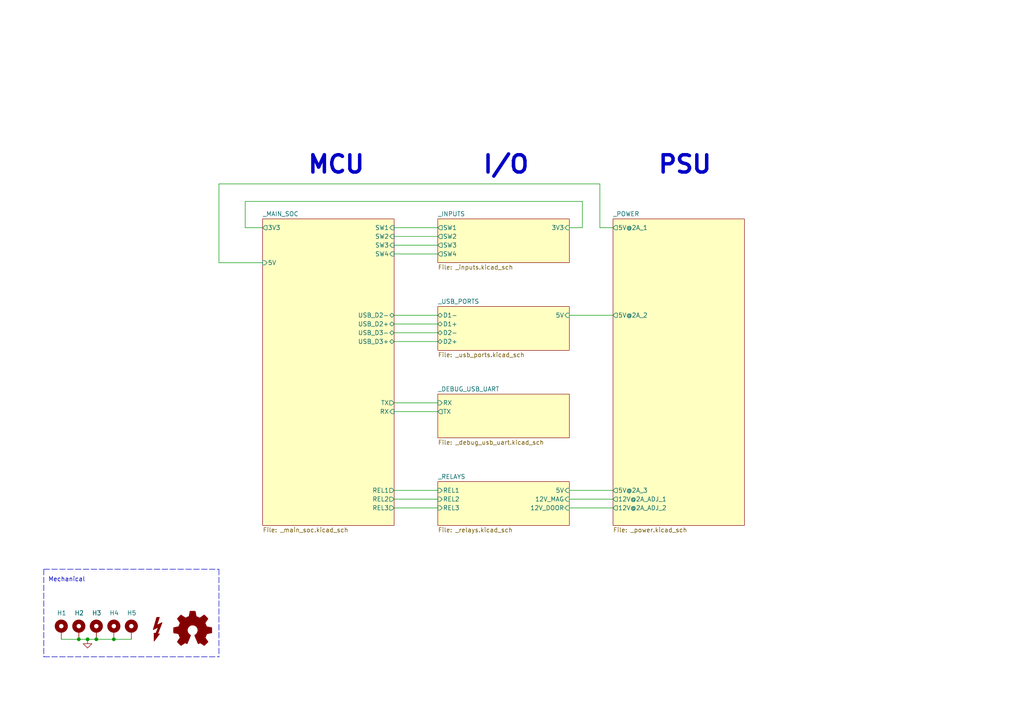
<source format=kicad_sch>
(kicad_sch (version 20211123) (generator eeschema)
  (paper "A4")
  (title_block (title "MagLock") (date "2022-11-01") (rev "2.1") (company "makerspace.lt"))
  (lib_symbols
    (symbol "Graphic:Logo_Open_Hardware_Small" (pin_names (offset 1.016))
      (symbol "Logo_Open_Hardware_Small_0_1"
        (polyline (pts (xy 3.3528 -4.3434) (xy 3.302 -4.318) (xy 3.175 -4.2418) (xy 2.9972 -4.1148) (xy 2.7686 -3.9624) (xy 2.54 -3.81) (xy 2.3622 -3.7084) (xy 2.2352 -3.6068) (xy 2.1844 -3.5814) (xy 2.159 -3.6068) (xy 2.0574 -3.6576) (xy 1.905 -3.7338) (xy 1.8034 -3.7846) (xy 1.6764 -3.8354) (xy 1.6002 -3.8354) (xy 1.6002 -3.8354) (xy 1.5494 -3.7338) (xy 1.4732 -3.5306) (xy 1.3462 -3.302) (xy 1.2446 -3.0226) (xy 1.1176 -2.7178) (xy 0.9652 -2.413) (xy 0.8636 -2.1082) (xy 0.7366 -1.8288) (xy 0.6604 -1.6256) (xy 0.6096 -1.4732) (xy 0.5842 -1.397) (xy 0.5842 -1.397) (xy 0.6604 -1.3208) (xy 0.7874 -1.2446) (xy 1.0414 -1.016) (xy 1.2954 -0.6858) (xy 1.4478 -0.3302) (xy 1.524 0.0762) (xy 1.4732 0.4572) (xy 1.3208 0.8128) (xy 1.0668 1.143) (xy 0.762 1.3716) (xy 0.4064 1.524) (xy 0 1.5748) (xy -0.381 1.5494) (xy -0.7366 1.397) (xy -1.0668 1.143) (xy -1.2192 0.9906) (xy -1.397 0.6604) (xy -1.524 0.3048) (xy -1.524 0.2286) (xy -1.4986 -0.1778) (xy -1.397 -0.5334) (xy -1.1938 -0.8636) (xy -0.9144 -1.143) (xy -0.8636 -1.1684) (xy -0.7366 -1.27) (xy -0.635 -1.3462) (xy -0.5842 -1.397) (xy -1.0668 -2.5908) (xy -1.143 -2.794) (xy -1.2954 -3.1242) (xy -1.397 -3.4036) (xy -1.4986 -3.6322) (xy -1.5748 -3.7846) (xy -1.6002 -3.8354) (xy -1.6002 -3.8354) (xy -1.651 -3.8354) (xy -1.7272 -3.81) (xy -1.905 -3.7338) (xy -2.0066 -3.683) (xy -2.1336 -3.6068) (xy -2.2098 -3.5814) (xy -2.2606 -3.6068) (xy -2.3622 -3.683) (xy -2.54 -3.81) (xy -2.7686 -3.9624) (xy -2.9718 -4.0894) (xy -3.1496 -4.2164) (xy -3.302 -4.318) (xy -3.3528 -4.3434) (xy -3.3782 -4.3434) (xy -3.429 -4.318) (xy -3.5306 -4.2164) (xy -3.7084 -4.064) (xy -3.937 -3.8354) (xy -3.9624 -3.81) (xy -4.1656 -3.6068) (xy -4.318 -3.4544) (xy -4.4196 -3.3274) (xy -4.445 -3.2766) (xy -4.445 -3.2766) (xy -4.4196 -3.2258) (xy -4.318 -3.0734) (xy -4.2164 -2.8956) (xy -4.064 -2.667) (xy -3.6576 -2.0828) (xy -3.8862 -1.5494) (xy -3.937 -1.3716) (xy -4.0386 -1.1684) (xy -4.0894 -1.0414) (xy -4.1148 -0.9652) (xy -4.191 -0.9398) (xy -4.318 -0.9144) (xy -4.5466 -0.8636) (xy -4.8006 -0.8128) (xy -5.0546 -0.7874) (xy -5.2578 -0.7366) (xy -5.4356 -0.7112) (xy -5.5118 -0.6858) (xy -5.5118 -0.6858) (xy -5.5372 -0.635) (xy -5.5372 -0.5588) (xy -5.5372 -0.4318) (xy -5.5626 -0.2286) (xy -5.5626 0.0762) (xy -5.5626 0.127) (xy -5.5372 0.4064) (xy -5.5372 0.635) (xy -5.5372 0.762) (xy -5.5372 0.8382) (xy -5.5372 0.8382) (xy -5.461 0.8382) (xy -5.3086 0.889) (xy -5.08 0.9144) (xy -4.826 0.9652) (xy -4.8006 0.9906) (xy -4.5466 1.0414) (xy -4.318 1.0668) (xy -4.1656 1.1176) (xy -4.0894 1.143) (xy -4.0894 1.143) (xy -4.0386 1.2446) (xy -3.9624 1.4224) (xy -3.8608 1.6256) (xy -3.7846 1.8288) (xy -3.7084 2.0066) (xy -3.6576 2.159) (xy -3.6322 2.2098) (xy -3.6322 2.2098) (xy -3.683 2.286) (xy -3.7592 2.413) (xy -3.8862 2.5908) (xy -4.064 2.8194) (xy -4.064 2.8448) (xy -4.2164 3.0734) (xy -4.3434 3.2512) (xy -4.4196 3.3782) (xy -4.445 3.4544) (xy -4.445 3.4544) (xy -4.3942 3.5052) (xy -4.2926 3.6322) (xy -4.1148 3.81) (xy -3.937 4.0132) (xy -3.8608 4.064) (xy -3.6576 4.2926) (xy -3.5052 4.4196) (xy -3.4036 4.4958) (xy -3.3528 4.5212) (xy -3.3528 4.5212) (xy -3.302 4.4704) (xy -3.1496 4.3688) (xy -2.9718 4.2418) (xy -2.7432 4.0894) (xy -2.7178 4.0894) (xy -2.4892 3.937) (xy -2.3114 3.81) (xy -2.1844 3.7084) (xy -2.1336 3.683) (xy -2.1082 3.683) (xy -2.032 3.7084) (xy -1.8542 3.7592) (xy -1.6764 3.8354) (xy -1.4732 3.937) (xy -1.27 4.0132) (xy -1.143 4.064) (xy -1.0668 4.1148) (xy -1.0668 4.1148) (xy -1.0414 4.191) (xy -1.016 4.3434) (xy -0.9652 4.572) (xy -0.9144 4.8514) (xy -0.889 4.9022) (xy -0.8382 5.1562) (xy -0.8128 5.3848) (xy -0.7874 5.5372) (xy -0.762 5.588) (xy -0.7112 5.6134) (xy -0.5842 5.6134) (xy -0.4064 5.6134) (xy -0.1524 5.6134) (xy 0.0762 5.6134) (xy 0.3302 5.6134) (xy 0.5334 5.6134) (xy 0.6858 5.588) (xy 0.7366 5.588) (xy 0.7366 5.588) (xy 0.762 5.5118) (xy 0.8128 5.334) (xy 0.8382 5.1054) (xy 0.9144 4.826) (xy 0.9144 4.7752) (xy 0.9652 4.5212) (xy 1.016 4.2926) (xy 1.0414 4.1402) (xy 1.0668 4.0894) (xy 1.0668 4.0894) (xy 1.1938 4.0386) (xy 1.3716 3.9624) (xy 1.5748 3.8608) (xy 2.0828 3.6576) (xy 2.7178 4.0894) (xy 2.7686 4.1402) (xy 2.9972 4.2926) (xy 3.175 4.4196) (xy 3.302 4.4958) (xy 3.3782 4.5212) (xy 3.3782 4.5212) (xy 3.429 4.4704) (xy 3.556 4.3434) (xy 3.7338 4.191) (xy 3.9116 3.9878) (xy 4.064 3.8354) (xy 4.2418 3.6576) (xy 4.3434 3.556) (xy 4.4196 3.4798) (xy 4.4196 3.429) (xy 4.4196 3.4036) (xy 4.3942 3.3274) (xy 4.2926 3.2004) (xy 4.1656 2.9972) (xy 4.0132 2.794) (xy 3.8862 2.5908) (xy 3.7592 2.3876) (xy 3.6576 2.2352) (xy 3.6322 2.159) (xy 3.6322 2.1336) (xy 3.683 2.0066) (xy 3.7592 1.8288) (xy 3.8608 1.6002) (xy 4.064 1.1176) (xy 4.3942 1.0414) (xy 4.5974 1.016) (xy 4.8768 0.9652) (xy 5.1308 0.9144) (xy 5.5372 0.8382) (xy 5.5626 -0.6604) (xy 5.4864 -0.6858) (xy 5.4356 -0.6858) (xy 5.2832 -0.7366) (xy 5.0546 -0.762) (xy 4.8006 -0.8128) (xy 4.5974 -0.8636) (xy 4.3688 -0.9144) (xy 4.2164 -0.9398) (xy 4.1402 -0.9398) (xy 4.1148 -0.9652) (xy 4.064 -1.0668) (xy 3.9878 -1.2446) (xy 3.9116 -1.4478) (xy 3.81 -1.651) (xy 3.7338 -1.8542) (xy 3.683 -2.0066) (xy 3.6576 -2.0828) (xy 3.683 -2.1336) (xy 3.7846 -2.2606) (xy 3.8862 -2.4638) (xy 4.0386 -2.667) (xy 4.191 -2.8956) (xy 4.318 -3.0734) (xy 4.3942 -3.2004) (xy 4.445 -3.2766) (xy 4.4196 -3.3274) (xy 4.3434 -3.429) (xy 4.1656 -3.5814) (xy 3.937 -3.8354) (xy 3.8862 -3.8608) (xy 3.683 -4.064) (xy 3.5306 -4.2164) (xy 3.4036 -4.318) (xy 3.3528 -4.3434)) (fill (type outline)))
      )
    )
    (symbol "Graphic:SYM_Flash_Small" (pin_names (offset 1.016))
      (symbol "SYM_Flash_Small_0_1"
        (polyline (pts (xy 0.508 -1.016) (xy -1.016 -0.762) (xy -1.016 -3.048) (xy 0.508 -1.016)) (stroke (width 0.2032)) (fill (type outline)))
        (polyline (pts (xy -0.254 3.81) (xy 0.508 3.81) (xy -0.254 1.524) (xy 1.27 2.286) (xy 0 -1.016) (xy -0.508 -0.762) (xy 0.254 1.016) (xy -1.27 0.254) (xy -0.254 3.81)) (stroke (width 0.2032)) (fill (type outline)))
      )
    )
    (symbol "Mechanical:MountingHole_Pad" (pin_numbers hide) (pin_names (offset 1.016) hide)
      (property "Reference" "H" (at 0 6.35 0))
      (property "Value" "MountingHole_Pad" (at 0 4.445 0))
      (symbol "MountingHole_Pad_0_1"
        (circle (center 0 1.27) (radius 1.27) (stroke (width 1.27)))
      )
      (symbol "MountingHole_Pad_1_1"
        (pin input line (at 0 -2.54 90) (length 2.54) (name "1") (number "1"))
      )
    )
    (symbol "power:GND" (power) (pin_names (offset 0))
      (property "Value" "GND" (at 0 -3.81 0))
      (symbol "GND_0_1"
        (polyline (pts (xy 0 0) (xy 0 -1.27) (xy 1.27 -1.27) (xy 0 -2.54) (xy -1.27 -1.27) (xy 0 -1.27)))
      )
      (symbol "GND_1_1"
        (pin power_in line (at 0 0 270) (length 0) hide (name "GND") (number "1"))
      )
    )
  )
  (junction (at 25.4 185.42))
  (junction (at 22.86 185.42))
  (junction (at 27.94 185.42))
  (junction (at 33.02 185.42))
  (wire (pts (xy 177.8 66.04) (xy 173.99 66.04)))
  (wire (pts (xy 114.3 71.12) (xy 127 71.12)))
  (polyline (pts (xy 63.5 165.1) (xy 63.5 190.5)))
  (wire (pts (xy 27.94 185.42) (xy 33.02 185.42)))
  (wire (pts (xy 25.4 185.42) (xy 27.94 185.42)))
  (wire (pts (xy 165.1 147.32) (xy 177.8 147.32)))
  (wire (pts (xy 63.5 53.34) (xy 63.5 76.2)))
  (wire (pts (xy 114.3 142.24) (xy 127 142.24)))
  (wire (pts (xy 76.2 66.04) (xy 71.12 66.04)))
  (wire (pts (xy 114.3 91.44) (xy 127 91.44)))
  (wire (pts (xy 114.3 73.66) (xy 127 73.66)))
  (wire (pts (xy 165.1 144.78) (xy 177.8 144.78)))
  (wire (pts (xy 114.3 93.98) (xy 127 93.98)))
  (wire (pts (xy 114.3 119.38) (xy 127 119.38)))
  (wire (pts (xy 168.91 66.04) (xy 165.1 66.04)))
  (wire (pts (xy 114.3 66.04) (xy 127 66.04)))
  (wire (pts (xy 22.86 185.42) (xy 25.4 185.42)))
  (wire (pts (xy 168.91 58.42) (xy 168.91 66.04)))
  (wire (pts (xy 71.12 58.42) (xy 168.91 58.42)))
  (wire (pts (xy 114.3 116.84) (xy 127 116.84)))
  (wire (pts (xy 114.3 96.52) (xy 127 96.52)))
  (wire (pts (xy 165.1 142.24) (xy 177.8 142.24)))
  (wire (pts (xy 173.99 53.34) (xy 63.5 53.34)))
  (wire (pts (xy 33.02 185.42) (xy 38.1 185.42)))
  (polyline (pts (xy 12.7 165.1) (xy 12.7 190.5)))
  (polyline (pts (xy 12.7 165.1) (xy 63.5 165.1)))
  (wire (pts (xy 71.12 66.04) (xy 71.12 58.42)))
  (wire (pts (xy 114.3 99.06) (xy 127 99.06)))
  (polyline (pts (xy 12.7 190.5) (xy 63.5 190.5)))
  (wire (pts (xy 173.99 66.04) (xy 173.99 53.34)))
  (wire (pts (xy 114.3 147.32) (xy 127 147.32)))
  (wire (pts (xy 114.3 68.58) (xy 127 68.58)))
  (wire (pts (xy 165.1 91.44) (xy 177.8 91.44)))
  (wire (pts (xy 114.3 144.78) (xy 127 144.78)))
  (wire (pts (xy 17.78 185.42) (xy 22.86 185.42)))
  (wire (pts (xy 63.5 76.2) (xy 76.2 76.2)))
  (text "PSU" (at 190.5 50.8 0) (effects (font (size 5 5) (thickness 1) bold) (justify left bottom)))
  (text "I/O" (at 139.7 50.8 0) (effects (font (size 5 5) (thickness 1) bold) (justify left bottom)))
  (text "MCU" (at 88.9 50.8 0) (effects (font (size 5 5) (thickness 1) bold) (justify left bottom)))
  (text "Mechanical" (at 13.97 168.91 0) (effects (font (size 1.27 1.27)) (justify left bottom)))
  (symbol (lib_id "power:GND") (at 25.4 185.42 0) (unit 1)
    (property "Reference" "#PWR01" (effects hide))
    (property "Value" "GND" (effects hide))
  )
  (symbol (lib_id "Mechanical:MountingHole_Pad") (at 22.86 182.88 0) (unit 1) (in_bom no)
    (property "Reference" "H2" (at 21.59 177.8 0) (effects (justify left)))
    (property "Value" "MountingHole_Pad" (effects hide))
    (property "Footprint" "MountingHole:MountingHole_3.5mm_Pad_Via" (effects hide))
    (property "LCSC Part Number" "-" (effects hide))
  )
  (symbol (lib_id "Graphic:Logo_Open_Hardware_Small") (at 55.88 182.88 0) (unit 1) (in_bom no)
    (property "Reference" "LOGO2" (effects hide))
    (property "Value" "Logo_Open_Hardware_Small" (effects hide))
    (property "Footprint" "Symbol:OSHW-Logo2_9.8x8mm_SilkScreen" (effects hide))
    (property "LCSC Part Number" "-" (effects hide))
  )
  (symbol (lib_id "Mechanical:MountingHole_Pad") (at 38.1 182.88 0) (unit 1) (in_bom no)
    (property "Reference" "H5" (at 36.83 177.8 0) (effects (justify left)))
    (property "Value" "MountingHole_Pad" (effects hide))
    (property "Footprint" "MountingHole:MountingHole_3.5mm_Pad_Via" (effects hide))
    (property "LCSC Part Number" "-" (effects hide))
  )
  (symbol (lib_id "Mechanical:MountingHole_Pad") (at 33.02 182.88 0) (unit 1) (in_bom no)
    (property "Reference" "H4" (at 31.75 177.8 0) (effects (justify left)))
    (property "Value" "MountingHole_Pad" (effects hide))
    (property "Footprint" "MountingHole:MountingHole_3.5mm_Pad_Via" (effects hide))
    (property "LCSC Part Number" "-" (effects hide))
  )
  (symbol (lib_id "Mechanical:MountingHole_Pad") (at 17.78 182.88 0) (unit 1) (in_bom no)
    (property "Reference" "H1" (at 16.51 177.8 0) (effects (justify left)))
    (property "Value" "MountingHole_Pad" (effects hide))
    (property "Footprint" "MountingHole:MountingHole_3.5mm_Pad_Via" (effects hide))
    (property "LCSC Part Number" "-" (effects hide))
  )
  (symbol (lib_id "Mechanical:MountingHole_Pad") (at 27.94 182.88 0) (unit 1) (in_bom no)
    (property "Reference" "H3" (at 26.67 177.8 0) (effects (justify left)))
    (property "Value" "MountingHole_Pad" (effects hide))
    (property "Footprint" "MountingHole:MountingHole_3.5mm_Pad_Via" (effects hide))
    (property "LCSC Part Number" "-" (effects hide))
  )
  (symbol (lib_id "Graphic:SYM_Flash_Small") (at 45.72 182.88 0) (unit 1) (in_bom no)
    (property "Reference" "LOGO1" (effects hide))
    (property "Value" "logo_kms_small" (effects hide))
    (property "Footprint" "-local:logo_kms_small" (effects hide))
    (property "LCSC Part Number" "-" (effects hide))
  )
  (sheet (at 76.2 63.5) (size 38.1 88.9) (stroke (width 0.1524)) (fill (color 255 255 194 1.0000))
    (property "Sheet name" "_MAIN_SOC" (at 76.2 62.7884 0) (effects (justify left bottom)))
    (property "Sheet file" "_main_soc.kicad_sch" (at 76.2 152.9846 0) (effects (justify left top)))
    (pin "USB_D2-" bidirectional (at 114.3 91.44 0))
    (pin "5V" input (at 76.2 76.2 180))
    (pin "USB_D2+" bidirectional (at 114.3 93.98 0))
    (pin "USB_D3-" bidirectional (at 114.3 96.52 0))
    (pin "RX" input (at 114.3 119.38 0))
    (pin "TX" output (at 114.3 116.84 0))
    (pin "3V3" output (at 76.2 66.04 180))
    (pin "USB_D3+" bidirectional (at 114.3 99.06 0))
    (pin "REL3" output (at 114.3 147.32 0))
    (pin "SW2" input (at 114.3 68.58 0))
    (pin "SW1" input (at 114.3 66.04 0))
    (pin "SW3" input (at 114.3 71.12 0))
    (pin "REL1" output (at 114.3 142.24 0))
    (pin "REL2" output (at 114.3 144.78 0))
    (pin "SW4" input (at 114.3 73.66 0))
  )
  (sheet (at 127 114.3) (size 38.1 12.7) (stroke (width 0.1524)) (fill (color 255 255 194 1.0000))
    (property "Sheet name" "_DEBUG_USB_UART" (at 127 113.5884 0) (effects (justify left bottom)))
    (property "Sheet file" "_debug_usb_uart.kicad_sch" (at 127 127.5846 0) (effects (justify left top)))
    (pin "TX" output (at 127 119.38 180))
    (pin "RX" input (at 127 116.84 180))
  )
  (sheet (at 127 139.7) (size 38.1 12.7) (stroke (width 0.1524)) (fill (color 255 255 194 1.0000))
    (property "Sheet name" "_RELAYS" (at 127 138.9884 0) (effects (justify left bottom)))
    (property "Sheet file" "_relays.kicad_sch" (at 127 152.9846 0) (effects (justify left top)))
    (pin "REL3" input (at 127 147.32 180))
    (pin "REL2" input (at 127 144.78 180))
    (pin "REL1" input (at 127 142.24 180))
    (pin "5V" input (at 165.1 142.24 0))
    (pin "12V_DOOR" input (at 165.1 147.32 0))
    (pin "12V_MAG" input (at 165.1 144.78 0))
  )
  (sheet (at 177.8 63.5) (size 38.1 88.9) (stroke (width 0.1524)) (fill (color 255 255 194 1.0000))
    (property "Sheet name" "_POWER" (at 177.8 62.7884 0) (effects (justify left bottom)))
    (property "Sheet file" "_power.kicad_sch" (at 177.8 152.9846 0) (effects (justify left top)))
    (pin "5V@2A_2" output (at 177.8 91.44 180))
    (pin "12V@2A_ADJ_1" output (at 177.8 144.78 180))
    (pin "12V@2A_ADJ_2" output (at 177.8 147.32 180))
    (pin "5V@2A_1" output (at 177.8 66.04 180))
    (pin "5V@2A_3" output (at 177.8 142.24 180))
  )
  (sheet (at 127 63.5) (size 38.1 12.7) (stroke (width 0.1524)) (fill (color 255 255 194 1.0000))
    (property "Sheet name" "_INPUTS" (at 127 62.7884 0) (effects (justify left bottom)))
    (property "Sheet file" "_inputs.kicad_sch" (at 127 76.7846 0) (effects (justify left top)))
    (pin "3V3" input (at 165.1 66.04 0))
    (pin "SW1" output (at 127 66.04 180))
    (pin "SW3" output (at 127 71.12 180))
    (pin "SW2" output (at 127 68.58 180))
    (pin "SW4" output (at 127 73.66 180))
  )
  (sheet (at 127 88.9) (size 38.1 12.7) (stroke (width 0.1524)) (fill (color 255 255 194 1.0000))
    (property "Sheet name" "_USB_PORTS" (at 127 88.1884 0) (effects (justify left bottom)))
    (property "Sheet file" "_usb_ports.kicad_sch" (at 127 102.1846 0) (effects (justify left top)))
    (pin "D2+" bidirectional (at 127 99.06 180))
    (pin "D1-" bidirectional (at 127 91.44 180))
    (pin "D2-" bidirectional (at 127 96.52 180))
    (pin "5V" input (at 165.1 91.44 0))
    (pin "D1+" bidirectional (at 127 93.98 180))
  )
)
</source>
